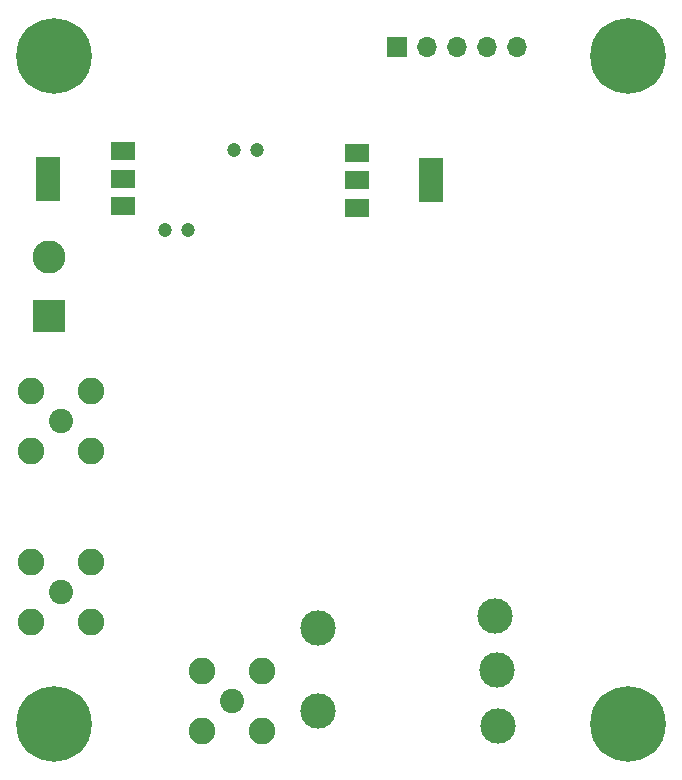
<source format=gbr>
%TF.GenerationSoftware,KiCad,Pcbnew,7.0.2*%
%TF.CreationDate,2023-05-21T11:23:20+02:00*%
%TF.ProjectId,sdrt41-tx,73647274-3431-42d7-9478-2e6b69636164,rev?*%
%TF.SameCoordinates,Original*%
%TF.FileFunction,Soldermask,Bot*%
%TF.FilePolarity,Negative*%
%FSLAX46Y46*%
G04 Gerber Fmt 4.6, Leading zero omitted, Abs format (unit mm)*
G04 Created by KiCad (PCBNEW 7.0.2) date 2023-05-21 11:23:20*
%MOMM*%
%LPD*%
G01*
G04 APERTURE LIST*
%ADD10R,2.800000X2.800000*%
%ADD11C,2.800000*%
%ADD12C,1.200000*%
%ADD13C,6.400000*%
%ADD14C,0.800000*%
%ADD15C,2.050000*%
%ADD16C,2.250000*%
%ADD17R,1.700000X1.700000*%
%ADD18O,1.700000X1.700000*%
%ADD19C,3.000000*%
%ADD20R,2.000000X1.500000*%
%ADD21R,2.000000X3.800000*%
G04 APERTURE END LIST*
D10*
%TO.C,J1*%
X83190400Y-81849600D03*
D11*
X83190400Y-76849600D03*
%TD*%
D12*
%TO.C,C4*%
X92980000Y-74574400D03*
X94980000Y-74574400D03*
%TD*%
D13*
%TO.C,H1*%
X83600000Y-116350000D03*
D14*
X81902944Y-114652944D03*
X83600000Y-118750000D03*
X81200000Y-116350000D03*
X86000000Y-116350000D03*
X83600000Y-113950000D03*
X85297056Y-118047056D03*
X85297056Y-114652944D03*
X81902944Y-118047056D03*
%TD*%
%TO.C,H4*%
X81902944Y-58119944D03*
X83600000Y-57417000D03*
X85297056Y-58119944D03*
X83600000Y-62217000D03*
X81200000Y-59817000D03*
X81902944Y-61514056D03*
X86000000Y-59817000D03*
X85297056Y-61514056D03*
D13*
X83600000Y-59817000D03*
%TD*%
D15*
%TO.C,J2*%
X84226400Y-90728800D03*
D16*
X81686400Y-88188800D03*
X86766400Y-93268800D03*
X81686400Y-93268800D03*
X86766400Y-88188800D03*
%TD*%
D17*
%TO.C,J4*%
X112649000Y-59055000D03*
D18*
X115189000Y-59055000D03*
X117729000Y-59055000D03*
X120269000Y-59055000D03*
X122809000Y-59055000D03*
%TD*%
D15*
%TO.C,J5*%
X98700000Y-114400000D03*
D16*
X101240000Y-116940000D03*
X96160000Y-116940000D03*
X96160000Y-111860000D03*
X101240000Y-111860000D03*
%TD*%
D15*
%TO.C,J3*%
X84175600Y-105206800D03*
D16*
X81635600Y-102666800D03*
X86715600Y-107746800D03*
X81635600Y-107746800D03*
X86715600Y-102666800D03*
%TD*%
D13*
%TO.C,H2*%
X132200000Y-59817000D03*
D14*
X129800000Y-59817000D03*
X130502944Y-61514056D03*
X132200000Y-57417000D03*
X130502944Y-58119944D03*
X132200000Y-62217000D03*
X134600000Y-59817000D03*
X133897056Y-61514056D03*
X133897056Y-58119944D03*
%TD*%
%TO.C,H3*%
X132200000Y-118750000D03*
X129800000Y-116350000D03*
X132200000Y-113950000D03*
X133897056Y-114652944D03*
D13*
X132200000Y-116350000D03*
D14*
X134600000Y-116350000D03*
X133897056Y-118047056D03*
X130502944Y-118047056D03*
X130502944Y-114652944D03*
%TD*%
D19*
%TO.C,T1*%
X105947500Y-108250000D03*
X105947500Y-115250000D03*
X121227500Y-116540000D03*
X121107500Y-111810000D03*
X120917500Y-107210000D03*
%TD*%
D12*
%TO.C,C1*%
X98822000Y-67818000D03*
X100822000Y-67818000D03*
%TD*%
D20*
%TO.C,U2*%
X89408400Y-67905600D03*
D21*
X83108400Y-70205600D03*
D20*
X89408400Y-70205600D03*
X89408400Y-72505600D03*
%TD*%
%TO.C,U1*%
X109245000Y-72658000D03*
D21*
X115545000Y-70358000D03*
D20*
X109245000Y-70358000D03*
X109245000Y-68058000D03*
%TD*%
M02*

</source>
